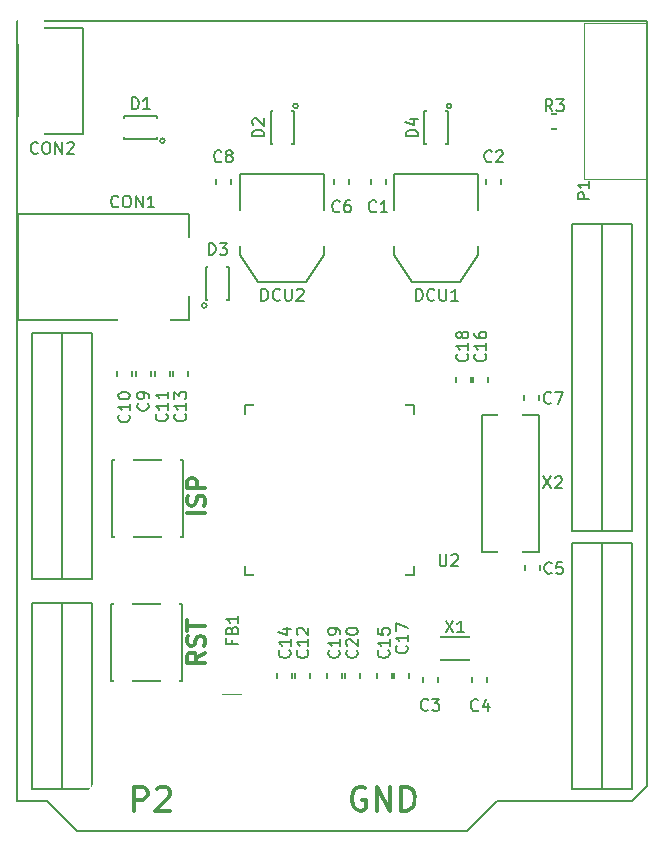
<source format=gto>
G04 #@! TF.FileFunction,Legend,Top*
%FSLAX46Y46*%
G04 Gerber Fmt 4.6, Leading zero omitted, Abs format (unit mm)*
G04 Created by KiCad (PCBNEW (after 2015-mar-04 BZR unknown)-product) date 2015年06月14日日曜日 16:42:44*
%MOMM*%
G01*
G04 APERTURE LIST*
%ADD10C,0.100000*%
%ADD11C,0.300000*%
%ADD12C,0.150000*%
%ADD13C,0.050000*%
%ADD14R,2.000000X0.800000*%
%ADD15R,2.500000X2.400000*%
%ADD16R,2.300000X2.000000*%
%ADD17R,2.400000X4.400000*%
%ADD18R,4.400000X2.400000*%
%ADD19R,2.400000X4.900000*%
%ADD20R,1.600000X1.600000*%
%ADD21R,1.400000X1.400000*%
%ADD22C,1.400000*%
%ADD23R,1.797000X1.289000*%
%ADD24R,2.127200X2.432000*%
%ADD25O,2.127200X2.432000*%
%ADD26C,1.924000*%
%ADD27R,1.930000X1.930000*%
%ADD28C,1.930000*%
%ADD29C,3.575000*%
%ADD30R,1.500000X3.600000*%
%ADD31R,1.900000X0.800000*%
%ADD32R,1.900000X0.700000*%
%ADD33R,0.800000X1.900000*%
%ADD34R,0.700000X1.900000*%
%ADD35R,3.900000X2.600000*%
%ADD36R,1.600000X2.600000*%
%ADD37R,2.000000X5.900000*%
%ADD38R,1.543000X1.035000*%
%ADD39R,1.035000X1.543000*%
G04 APERTURE END LIST*
D10*
D11*
X15918571Y15103572D02*
X15204286Y14603572D01*
X15918571Y14246429D02*
X14418571Y14246429D01*
X14418571Y14817857D01*
X14490000Y14960715D01*
X14561429Y15032143D01*
X14704286Y15103572D01*
X14918571Y15103572D01*
X15061429Y15032143D01*
X15132857Y14960715D01*
X15204286Y14817857D01*
X15204286Y14246429D01*
X15847143Y15675000D02*
X15918571Y15889286D01*
X15918571Y16246429D01*
X15847143Y16389286D01*
X15775714Y16460715D01*
X15632857Y16532143D01*
X15490000Y16532143D01*
X15347143Y16460715D01*
X15275714Y16389286D01*
X15204286Y16246429D01*
X15132857Y15960715D01*
X15061429Y15817857D01*
X14990000Y15746429D01*
X14847143Y15675000D01*
X14704286Y15675000D01*
X14561429Y15746429D01*
X14490000Y15817857D01*
X14418571Y15960715D01*
X14418571Y16317857D01*
X14490000Y16532143D01*
X14418571Y16960714D02*
X14418571Y17817857D01*
X15918571Y17389286D02*
X14418571Y17389286D01*
X15948571Y26895715D02*
X14448571Y26895715D01*
X15877143Y27538572D02*
X15948571Y27752858D01*
X15948571Y28110001D01*
X15877143Y28252858D01*
X15805714Y28324287D01*
X15662857Y28395715D01*
X15520000Y28395715D01*
X15377143Y28324287D01*
X15305714Y28252858D01*
X15234286Y28110001D01*
X15162857Y27824287D01*
X15091429Y27681429D01*
X15020000Y27610001D01*
X14877143Y27538572D01*
X14734286Y27538572D01*
X14591429Y27610001D01*
X14520000Y27681429D01*
X14448571Y27824287D01*
X14448571Y28181429D01*
X14520000Y28395715D01*
X15948571Y29038572D02*
X14448571Y29038572D01*
X14448571Y29610000D01*
X14520000Y29752858D01*
X14591429Y29824286D01*
X14734286Y29895715D01*
X14948571Y29895715D01*
X15091429Y29824286D01*
X15162857Y29752858D01*
X15234286Y29610000D01*
X15234286Y29038572D01*
X29516191Y3630000D02*
X29325714Y3725238D01*
X29040000Y3725238D01*
X28754286Y3630000D01*
X28563810Y3439524D01*
X28468571Y3249048D01*
X28373333Y2868095D01*
X28373333Y2582381D01*
X28468571Y2201429D01*
X28563810Y2010952D01*
X28754286Y1820476D01*
X29040000Y1725238D01*
X29230476Y1725238D01*
X29516191Y1820476D01*
X29611429Y1915714D01*
X29611429Y2582381D01*
X29230476Y2582381D01*
X30468571Y1725238D02*
X30468571Y3725238D01*
X31611429Y1725238D01*
X31611429Y3725238D01*
X32563809Y1725238D02*
X32563809Y3725238D01*
X33040000Y3725238D01*
X33325714Y3630000D01*
X33516190Y3439524D01*
X33611429Y3249048D01*
X33706667Y2868095D01*
X33706667Y2582381D01*
X33611429Y2201429D01*
X33516190Y2010952D01*
X33325714Y1820476D01*
X33040000Y1725238D01*
X32563809Y1725238D01*
D12*
X80000Y59010000D02*
X5580000Y59010000D01*
X5580000Y68010000D02*
X80000Y68010000D01*
X80000Y68010000D02*
X80000Y59010000D01*
X5580000Y68010000D02*
X5580000Y59010000D01*
X100000Y52250000D02*
X14600000Y52250000D01*
X14600000Y52250000D02*
X14600000Y43250000D01*
X14600000Y43250000D02*
X100000Y43250000D01*
X100000Y43250000D02*
X100000Y52250000D01*
X12538000Y58442000D02*
G75*
G03X12538000Y58442000I-200000J0D01*
G01*
X10500000Y58550000D02*
X9100000Y58550000D01*
X9100000Y58550000D02*
X9100000Y60550000D01*
X9100000Y60550000D02*
X11900000Y60550000D01*
X11900000Y60550000D02*
X11900000Y58550000D01*
X11900000Y58550000D02*
X10500000Y58550000D01*
D13*
X50640000Y68430000D02*
X48040000Y68430000D01*
X48040000Y68430000D02*
X48040000Y55230000D01*
X48040000Y55230000D02*
X53240000Y55230000D01*
X53240000Y55230000D02*
X53240000Y68430000D01*
X53240000Y68430000D02*
X50640000Y68430000D01*
D12*
X17438000Y13658000D02*
X17438000Y14674000D01*
X17438000Y14674000D02*
X18962000Y14674000D01*
X18962000Y14674000D02*
X18962000Y13658000D01*
X18962000Y12642000D02*
X18962000Y11626000D01*
X18962000Y11626000D02*
X17438000Y11626000D01*
X17438000Y11626000D02*
X17438000Y12642000D01*
X16082000Y44492000D02*
G75*
G03X16082000Y44492000I-200000J0D01*
G01*
X15990000Y46330000D02*
X15990000Y47730000D01*
X15990000Y47730000D02*
X17990000Y47730000D01*
X17990000Y47730000D02*
X17990000Y44930000D01*
X17990000Y44930000D02*
X15990000Y44930000D01*
X15990000Y44930000D02*
X15990000Y46330000D01*
X36808000Y61388000D02*
G75*
G03X36808000Y61388000I-200000J0D01*
G01*
X36500000Y59550000D02*
X36500000Y58150000D01*
X36500000Y58150000D02*
X34500000Y58150000D01*
X34500000Y58150000D02*
X34500000Y60950000D01*
X34500000Y60950000D02*
X36500000Y60950000D01*
X36500000Y60950000D02*
X36500000Y59550000D01*
X23808000Y61388000D02*
G75*
G03X23808000Y61388000I-200000J0D01*
G01*
X23500000Y59550000D02*
X23500000Y58150000D01*
X23500000Y58150000D02*
X21500000Y58150000D01*
X21500000Y58150000D02*
X21500000Y60950000D01*
X21500000Y60950000D02*
X23500000Y60950000D01*
X23500000Y60950000D02*
X23500000Y59550000D01*
X46990000Y68590000D02*
X0Y68590000D01*
X53340000Y68590000D02*
X46990000Y68590000D01*
X49530000Y51364000D02*
X49530000Y25364000D01*
X49530000Y51364000D02*
X46990000Y51364000D01*
X46990000Y51364000D02*
X46990000Y25364000D01*
X49530000Y25364000D02*
X46990000Y25364000D01*
X49530000Y24394000D02*
X49530000Y3566000D01*
X49530000Y3566000D02*
X46990000Y3566000D01*
X49530000Y24394000D02*
X46990000Y24394000D01*
X46990000Y24394000D02*
X46990000Y3566000D01*
X6350000Y21346000D02*
X3810000Y21346000D01*
X6350000Y42174000D02*
X3810000Y42174000D01*
X3810000Y42174000D02*
X3810000Y21346000D01*
X6350000Y42174000D02*
X6350000Y21346000D01*
X3810000Y3566000D02*
X3810000Y19314000D01*
X3810000Y19314000D02*
X6350000Y19314000D01*
X3810000Y3566000D02*
X6350000Y3566000D01*
X6350000Y3566000D02*
X6350000Y19314000D01*
X53340000Y3820000D02*
X53340000Y68590000D01*
X52070000Y2550000D02*
X40640000Y2550000D01*
X52070000Y2550000D02*
X53340000Y3820000D01*
X38100000Y10000D02*
X40640000Y2550000D01*
X36830000Y10000D02*
X38100000Y10000D01*
X0Y2550000D02*
X0Y68590000D01*
X36830000Y10000D02*
X5080000Y10000D01*
X0Y2550000D02*
X2540000Y2550000D01*
X2540000Y2550000D02*
X3810000Y1280000D01*
X5080000Y10000D02*
X3810000Y1280000D01*
X0Y50810000D02*
X0Y52080000D01*
X3810000Y42174000D02*
X3810000Y21346000D01*
X3810000Y3566000D02*
X3810000Y19314000D01*
X49530000Y24394000D02*
X49530000Y3566000D01*
X49530000Y51364000D02*
X49530000Y25364000D01*
X46990000Y68590000D02*
X0Y68590000D01*
X53340000Y68590000D02*
X46990000Y68590000D01*
X52070000Y51364000D02*
X52070000Y25364000D01*
X52070000Y51364000D02*
X49530000Y51364000D01*
X49530000Y51364000D02*
X49530000Y25364000D01*
X52070000Y25364000D02*
X49530000Y25364000D01*
X52070000Y24394000D02*
X52070000Y3566000D01*
X52070000Y3566000D02*
X49530000Y3566000D01*
X52070000Y24394000D02*
X49530000Y24394000D01*
X49530000Y24394000D02*
X49530000Y3566000D01*
X3810000Y21346000D02*
X1270000Y21346000D01*
X3810000Y42174000D02*
X1270000Y42174000D01*
X1270000Y42174000D02*
X1270000Y21346000D01*
X3810000Y42174000D02*
X3810000Y21346000D01*
X1270000Y3566000D02*
X1270000Y19314000D01*
X1270000Y19314000D02*
X3810000Y19314000D01*
X1270000Y3566000D02*
X3810000Y3566000D01*
X3810000Y3566000D02*
X3810000Y19314000D01*
X53340000Y3820000D02*
X53340000Y68590000D01*
X52070000Y2550000D02*
X40640000Y2550000D01*
X52070000Y2550000D02*
X53340000Y3820000D01*
X38100000Y10000D02*
X40640000Y2550000D01*
X36830000Y10000D02*
X38100000Y10000D01*
X0Y2550000D02*
X0Y68590000D01*
X36830000Y10000D02*
X5080000Y10000D01*
X0Y2550000D02*
X2540000Y2550000D01*
X2540000Y2550000D02*
X3810000Y1280000D01*
X5080000Y10000D02*
X3810000Y1280000D01*
X0Y50810000D02*
X0Y52080000D01*
X1270000Y42174000D02*
X1270000Y21346000D01*
X1270000Y3566000D02*
X1270000Y19314000D01*
X52070000Y24394000D02*
X52070000Y3566000D01*
X52070000Y51364000D02*
X52070000Y25364000D01*
X14000000Y12700000D02*
X8000000Y12700000D01*
X14000000Y19200000D02*
X8000000Y19200000D01*
X14000000Y12700000D02*
X8000000Y12700000D01*
X8000000Y12700000D02*
X8000000Y19200000D01*
X14000000Y19200000D02*
X14000000Y12700000D01*
X33675000Y21675000D02*
X33675000Y22475000D01*
X19325000Y21675000D02*
X19325000Y22475000D01*
X19325000Y36025000D02*
X19325000Y35225000D01*
X33675000Y36025000D02*
X33675000Y35225000D01*
X33675000Y21675000D02*
X32875000Y21675000D01*
X33675000Y36025000D02*
X32875000Y36025000D01*
X19325000Y36025000D02*
X20125000Y36025000D01*
X19325000Y21675000D02*
X20125000Y21675000D01*
X33675000Y22475000D02*
X34950000Y22475000D01*
X34600000Y16400000D02*
X34600000Y14500000D01*
X39600000Y16400000D02*
X39600000Y14500000D01*
X34600000Y14500000D02*
X39600000Y14500000D01*
X34600000Y16400000D02*
X39600000Y16400000D01*
X39056000Y52574000D02*
X39056000Y55622000D01*
X39056000Y55622000D02*
X31944000Y55622000D01*
X31944000Y55622000D02*
X31944000Y52574000D01*
X39056000Y49526000D02*
X39056000Y48764000D01*
X39056000Y48764000D02*
X37532000Y46478000D01*
X37532000Y46478000D02*
X33468000Y46478000D01*
X33468000Y46478000D02*
X31944000Y48764000D01*
X31944000Y48764000D02*
X31944000Y49526000D01*
X26056000Y52574000D02*
X26056000Y55622000D01*
X26056000Y55622000D02*
X18944000Y55622000D01*
X18944000Y55622000D02*
X18944000Y52574000D01*
X26056000Y49526000D02*
X26056000Y48764000D01*
X26056000Y48764000D02*
X24532000Y46478000D01*
X24532000Y46478000D02*
X20468000Y46478000D01*
X20468000Y46478000D02*
X18944000Y48764000D01*
X18944000Y48764000D02*
X18944000Y49526000D01*
X39400000Y29450000D02*
X39400000Y23650000D01*
X39400000Y23650000D02*
X44200000Y23650000D01*
X39400000Y29450000D02*
X39400000Y35250000D01*
X39400000Y35250000D02*
X44200000Y35250000D01*
X44200000Y35250000D02*
X44200000Y23650000D01*
X8049000Y31367000D02*
X14049000Y31367000D01*
X8049000Y24867000D02*
X14049000Y24867000D01*
X8049000Y31367000D02*
X14049000Y31367000D01*
X14049000Y31367000D02*
X14049000Y24867000D01*
X8049000Y24867000D02*
X8049000Y31367000D01*
X31235000Y56093000D02*
X31235000Y53807000D01*
X31235000Y53807000D02*
X29965000Y53807000D01*
X29965000Y53807000D02*
X29965000Y56093000D01*
X29965000Y56093000D02*
X31235000Y56093000D01*
X44373800Y60679800D02*
X46659800Y60679800D01*
X46659800Y60679800D02*
X46659800Y59409800D01*
X46659800Y59409800D02*
X44373800Y59409800D01*
X44373800Y59409800D02*
X44373800Y60679800D01*
X29035000Y14293000D02*
X29035000Y12007000D01*
X29035000Y12007000D02*
X27765000Y12007000D01*
X27765000Y12007000D02*
X27765000Y14293000D01*
X27765000Y14293000D02*
X29035000Y14293000D01*
X27535000Y14293000D02*
X27535000Y12007000D01*
X27535000Y12007000D02*
X26265000Y12007000D01*
X26265000Y12007000D02*
X26265000Y14293000D01*
X26265000Y14293000D02*
X27535000Y14293000D01*
X38435000Y39293000D02*
X38435000Y37007000D01*
X38435000Y37007000D02*
X37165000Y37007000D01*
X37165000Y37007000D02*
X37165000Y39293000D01*
X37165000Y39293000D02*
X38435000Y39293000D01*
X33235000Y14293000D02*
X33235000Y12007000D01*
X33235000Y12007000D02*
X31965000Y12007000D01*
X31965000Y12007000D02*
X31965000Y14293000D01*
X31965000Y14293000D02*
X33235000Y14293000D01*
X38665000Y37007000D02*
X38665000Y39293000D01*
X38665000Y39293000D02*
X39935000Y39293000D01*
X39935000Y39293000D02*
X39935000Y37007000D01*
X39935000Y37007000D02*
X38665000Y37007000D01*
X31735000Y14293000D02*
X31735000Y12007000D01*
X31735000Y12007000D02*
X30465000Y12007000D01*
X30465000Y12007000D02*
X30465000Y14293000D01*
X30465000Y14293000D02*
X31735000Y14293000D01*
X23335000Y14293000D02*
X23335000Y12007000D01*
X23335000Y12007000D02*
X22065000Y12007000D01*
X22065000Y12007000D02*
X22065000Y14293000D01*
X22065000Y14293000D02*
X23335000Y14293000D01*
X13271500Y37515000D02*
X13271500Y39801000D01*
X13271500Y39801000D02*
X14541500Y39801000D01*
X14541500Y39801000D02*
X14541500Y37515000D01*
X14541500Y37515000D02*
X13271500Y37515000D01*
X24835000Y14293000D02*
X24835000Y12007000D01*
X24835000Y12007000D02*
X23565000Y12007000D01*
X23565000Y12007000D02*
X23565000Y14293000D01*
X23565000Y14293000D02*
X24835000Y14293000D01*
X11684000Y37515000D02*
X11684000Y39801000D01*
X11684000Y39801000D02*
X12954000Y39801000D01*
X12954000Y39801000D02*
X12954000Y37515000D01*
X12954000Y37515000D02*
X11684000Y37515000D01*
X8509000Y37515000D02*
X8509000Y39801000D01*
X8509000Y39801000D02*
X9779000Y39801000D01*
X9779000Y39801000D02*
X9779000Y37515000D01*
X9779000Y37515000D02*
X8509000Y37515000D01*
X10096500Y37515000D02*
X10096500Y39801000D01*
X10096500Y39801000D02*
X11366500Y39801000D01*
X11366500Y39801000D02*
X11366500Y37515000D01*
X11366500Y37515000D02*
X10096500Y37515000D01*
X16865000Y53807000D02*
X16865000Y56093000D01*
X16865000Y56093000D02*
X18135000Y56093000D01*
X18135000Y56093000D02*
X18135000Y53807000D01*
X18135000Y53807000D02*
X16865000Y53807000D01*
X44235000Y37793000D02*
X44235000Y35507000D01*
X44235000Y35507000D02*
X42965000Y35507000D01*
X42965000Y35507000D02*
X42965000Y37793000D01*
X42965000Y37793000D02*
X44235000Y37793000D01*
X28135000Y56093000D02*
X28135000Y53807000D01*
X28135000Y53807000D02*
X26865000Y53807000D01*
X26865000Y53807000D02*
X26865000Y56093000D01*
X26865000Y56093000D02*
X28135000Y56093000D01*
X44335000Y23393000D02*
X44335000Y21107000D01*
X44335000Y21107000D02*
X43065000Y21107000D01*
X43065000Y21107000D02*
X43065000Y23393000D01*
X43065000Y23393000D02*
X44335000Y23393000D01*
X38565000Y11607000D02*
X38565000Y13893000D01*
X38565000Y13893000D02*
X39835000Y13893000D01*
X39835000Y13893000D02*
X39835000Y11607000D01*
X39835000Y11607000D02*
X38565000Y11607000D01*
X35635000Y13893000D02*
X35635000Y11607000D01*
X35635000Y11607000D02*
X34365000Y11607000D01*
X34365000Y11607000D02*
X34365000Y13893000D01*
X34365000Y13893000D02*
X35635000Y13893000D01*
X39765000Y53807000D02*
X39765000Y56093000D01*
X39765000Y56093000D02*
X41035000Y56093000D01*
X41035000Y56093000D02*
X41035000Y53807000D01*
X41035000Y53807000D02*
X39765000Y53807000D01*
X1790715Y57427857D02*
X1743096Y57380238D01*
X1600239Y57332619D01*
X1505001Y57332619D01*
X1362143Y57380238D01*
X1266905Y57475476D01*
X1219286Y57570714D01*
X1171667Y57761190D01*
X1171667Y57904048D01*
X1219286Y58094524D01*
X1266905Y58189762D01*
X1362143Y58285000D01*
X1505001Y58332619D01*
X1600239Y58332619D01*
X1743096Y58285000D01*
X1790715Y58237381D01*
X2409762Y58332619D02*
X2600239Y58332619D01*
X2695477Y58285000D01*
X2790715Y58189762D01*
X2838334Y57999286D01*
X2838334Y57665952D01*
X2790715Y57475476D01*
X2695477Y57380238D01*
X2600239Y57332619D01*
X2409762Y57332619D01*
X2314524Y57380238D01*
X2219286Y57475476D01*
X2171667Y57665952D01*
X2171667Y57999286D01*
X2219286Y58189762D01*
X2314524Y58285000D01*
X2409762Y58332619D01*
X3266905Y57332619D02*
X3266905Y58332619D01*
X3838334Y57332619D01*
X3838334Y58332619D01*
X4266905Y58237381D02*
X4314524Y58285000D01*
X4409762Y58332619D01*
X4647858Y58332619D01*
X4743096Y58285000D01*
X4790715Y58237381D01*
X4838334Y58142143D01*
X4838334Y58046905D01*
X4790715Y57904048D01*
X4219286Y57332619D01*
X4838334Y57332619D01*
X8605715Y52882857D02*
X8558096Y52835238D01*
X8415239Y52787619D01*
X8320001Y52787619D01*
X8177143Y52835238D01*
X8081905Y52930476D01*
X8034286Y53025714D01*
X7986667Y53216190D01*
X7986667Y53359048D01*
X8034286Y53549524D01*
X8081905Y53644762D01*
X8177143Y53740000D01*
X8320001Y53787619D01*
X8415239Y53787619D01*
X8558096Y53740000D01*
X8605715Y53692381D01*
X9224762Y53787619D02*
X9415239Y53787619D01*
X9510477Y53740000D01*
X9605715Y53644762D01*
X9653334Y53454286D01*
X9653334Y53120952D01*
X9605715Y52930476D01*
X9510477Y52835238D01*
X9415239Y52787619D01*
X9224762Y52787619D01*
X9129524Y52835238D01*
X9034286Y52930476D01*
X8986667Y53120952D01*
X8986667Y53454286D01*
X9034286Y53644762D01*
X9129524Y53740000D01*
X9224762Y53787619D01*
X10081905Y52787619D02*
X10081905Y53787619D01*
X10653334Y52787619D01*
X10653334Y53787619D01*
X11653334Y52787619D02*
X11081905Y52787619D01*
X11367619Y52787619D02*
X11367619Y53787619D01*
X11272381Y53644762D01*
X11177143Y53549524D01*
X11081905Y53501905D01*
X9761905Y61097619D02*
X9761905Y62097619D01*
X10000000Y62097619D01*
X10142858Y62050000D01*
X10238096Y61954762D01*
X10285715Y61859524D01*
X10333334Y61669048D01*
X10333334Y61526190D01*
X10285715Y61335714D01*
X10238096Y61240476D01*
X10142858Y61145238D01*
X10000000Y61097619D01*
X9761905Y61097619D01*
X11285715Y61097619D02*
X10714286Y61097619D01*
X11000000Y61097619D02*
X11000000Y62097619D01*
X10904762Y61954762D01*
X10809524Y61859524D01*
X10714286Y61811905D01*
X48492381Y53491905D02*
X47492381Y53491905D01*
X47492381Y53872858D01*
X47540000Y53968096D01*
X47587619Y54015715D01*
X47682857Y54063334D01*
X47825714Y54063334D01*
X47920952Y54015715D01*
X47968571Y53968096D01*
X48016190Y53872858D01*
X48016190Y53491905D01*
X48492381Y55015715D02*
X48492381Y54444286D01*
X48492381Y54730000D02*
X47492381Y54730000D01*
X47635238Y54634762D01*
X47730476Y54539524D01*
X47778095Y54444286D01*
X18228571Y16165867D02*
X18228571Y15832533D01*
X18752381Y15832533D02*
X17752381Y15832533D01*
X17752381Y16308724D01*
X18228571Y17023010D02*
X18276190Y17165867D01*
X18323810Y17213486D01*
X18419048Y17261105D01*
X18561905Y17261105D01*
X18657143Y17213486D01*
X18704762Y17165867D01*
X18752381Y17070629D01*
X18752381Y16689676D01*
X17752381Y16689676D01*
X17752381Y17023010D01*
X17800000Y17118248D01*
X17847619Y17165867D01*
X17942857Y17213486D01*
X18038095Y17213486D01*
X18133333Y17165867D01*
X18180952Y17118248D01*
X18228571Y17023010D01*
X18228571Y16689676D01*
X18752381Y18213486D02*
X18752381Y17642057D01*
X18752381Y17927771D02*
X17752381Y17927771D01*
X17895238Y17832533D01*
X17990476Y17737295D01*
X18038095Y17642057D01*
X16271905Y48757619D02*
X16271905Y49757619D01*
X16510000Y49757619D01*
X16652858Y49710000D01*
X16748096Y49614762D01*
X16795715Y49519524D01*
X16843334Y49329048D01*
X16843334Y49186190D01*
X16795715Y48995714D01*
X16748096Y48900476D01*
X16652858Y48805238D01*
X16510000Y48757619D01*
X16271905Y48757619D01*
X17176667Y49757619D02*
X17795715Y49757619D01*
X17462381Y49376667D01*
X17605239Y49376667D01*
X17700477Y49329048D01*
X17748096Y49281429D01*
X17795715Y49186190D01*
X17795715Y48948095D01*
X17748096Y48852857D01*
X17700477Y48805238D01*
X17605239Y48757619D01*
X17319524Y48757619D01*
X17224286Y48805238D01*
X17176667Y48852857D01*
X33952381Y58811905D02*
X32952381Y58811905D01*
X32952381Y59050000D01*
X33000000Y59192858D01*
X33095238Y59288096D01*
X33190476Y59335715D01*
X33380952Y59383334D01*
X33523810Y59383334D01*
X33714286Y59335715D01*
X33809524Y59288096D01*
X33904762Y59192858D01*
X33952381Y59050000D01*
X33952381Y58811905D01*
X33285714Y60240477D02*
X33952381Y60240477D01*
X32904762Y60002381D02*
X33619048Y59764286D01*
X33619048Y60383334D01*
X20952381Y58811905D02*
X19952381Y58811905D01*
X19952381Y59050000D01*
X20000000Y59192858D01*
X20095238Y59288096D01*
X20190476Y59335715D01*
X20380952Y59383334D01*
X20523810Y59383334D01*
X20714286Y59335715D01*
X20809524Y59288096D01*
X20904762Y59192858D01*
X20952381Y59050000D01*
X20952381Y58811905D01*
X20047619Y59764286D02*
X20000000Y59811905D01*
X19952381Y59907143D01*
X19952381Y60145239D01*
X20000000Y60240477D01*
X20047619Y60288096D01*
X20142857Y60335715D01*
X20238095Y60335715D01*
X20380952Y60288096D01*
X20952381Y59716667D01*
X20952381Y60335715D01*
D11*
X9933809Y1705238D02*
X9933809Y3705238D01*
X10695714Y3705238D01*
X10886190Y3610000D01*
X10981429Y3514762D01*
X11076667Y3324286D01*
X11076667Y3038571D01*
X10981429Y2848095D01*
X10886190Y2752857D01*
X10695714Y2657619D01*
X9933809Y2657619D01*
X11838571Y3514762D02*
X11933809Y3610000D01*
X12124286Y3705238D01*
X12600476Y3705238D01*
X12790952Y3610000D01*
X12886190Y3514762D01*
X12981429Y3324286D01*
X12981429Y3133810D01*
X12886190Y2848095D01*
X11743333Y1705238D01*
X12981429Y1705238D01*
D12*
X35814095Y23417619D02*
X35814095Y22608095D01*
X35861714Y22512857D01*
X35909333Y22465238D01*
X36004571Y22417619D01*
X36195048Y22417619D01*
X36290286Y22465238D01*
X36337905Y22512857D01*
X36385524Y22608095D01*
X36385524Y23417619D01*
X36814095Y23322381D02*
X36861714Y23370000D01*
X36956952Y23417619D01*
X37195048Y23417619D01*
X37290286Y23370000D01*
X37337905Y23322381D01*
X37385524Y23227143D01*
X37385524Y23131905D01*
X37337905Y22989048D01*
X36766476Y22417619D01*
X37385524Y22417619D01*
X36310476Y17807619D02*
X36977143Y16807619D01*
X36977143Y17807619D02*
X36310476Y16807619D01*
X37881905Y16807619D02*
X37310476Y16807619D01*
X37596190Y16807619D02*
X37596190Y17807619D01*
X37500952Y17664762D01*
X37405714Y17569524D01*
X37310476Y17521905D01*
X33798095Y44896619D02*
X33798095Y45896619D01*
X34036190Y45896619D01*
X34179048Y45849000D01*
X34274286Y45753762D01*
X34321905Y45658524D01*
X34369524Y45468048D01*
X34369524Y45325190D01*
X34321905Y45134714D01*
X34274286Y45039476D01*
X34179048Y44944238D01*
X34036190Y44896619D01*
X33798095Y44896619D01*
X35369524Y44991857D02*
X35321905Y44944238D01*
X35179048Y44896619D01*
X35083810Y44896619D01*
X34940952Y44944238D01*
X34845714Y45039476D01*
X34798095Y45134714D01*
X34750476Y45325190D01*
X34750476Y45468048D01*
X34798095Y45658524D01*
X34845714Y45753762D01*
X34940952Y45849000D01*
X35083810Y45896619D01*
X35179048Y45896619D01*
X35321905Y45849000D01*
X35369524Y45801381D01*
X35798095Y45896619D02*
X35798095Y45087095D01*
X35845714Y44991857D01*
X35893333Y44944238D01*
X35988571Y44896619D01*
X36179048Y44896619D01*
X36274286Y44944238D01*
X36321905Y44991857D01*
X36369524Y45087095D01*
X36369524Y45896619D01*
X37369524Y44896619D02*
X36798095Y44896619D01*
X37083809Y44896619D02*
X37083809Y45896619D01*
X36988571Y45753762D01*
X36893333Y45658524D01*
X36798095Y45610905D01*
X20717095Y44896619D02*
X20717095Y45896619D01*
X20955190Y45896619D01*
X21098048Y45849000D01*
X21193286Y45753762D01*
X21240905Y45658524D01*
X21288524Y45468048D01*
X21288524Y45325190D01*
X21240905Y45134714D01*
X21193286Y45039476D01*
X21098048Y44944238D01*
X20955190Y44896619D01*
X20717095Y44896619D01*
X22288524Y44991857D02*
X22240905Y44944238D01*
X22098048Y44896619D01*
X22002810Y44896619D01*
X21859952Y44944238D01*
X21764714Y45039476D01*
X21717095Y45134714D01*
X21669476Y45325190D01*
X21669476Y45468048D01*
X21717095Y45658524D01*
X21764714Y45753762D01*
X21859952Y45849000D01*
X22002810Y45896619D01*
X22098048Y45896619D01*
X22240905Y45849000D01*
X22288524Y45801381D01*
X22717095Y45896619D02*
X22717095Y45087095D01*
X22764714Y44991857D01*
X22812333Y44944238D01*
X22907571Y44896619D01*
X23098048Y44896619D01*
X23193286Y44944238D01*
X23240905Y44991857D01*
X23288524Y45087095D01*
X23288524Y45896619D01*
X23717095Y45801381D02*
X23764714Y45849000D01*
X23859952Y45896619D01*
X24098048Y45896619D01*
X24193286Y45849000D01*
X24240905Y45801381D01*
X24288524Y45706143D01*
X24288524Y45610905D01*
X24240905Y45468048D01*
X23669476Y44896619D01*
X24288524Y44896619D01*
X44592976Y30011619D02*
X45259643Y29011619D01*
X45259643Y30011619D02*
X44592976Y29011619D01*
X45592976Y29916381D02*
X45640595Y29964000D01*
X45735833Y30011619D01*
X45973929Y30011619D01*
X46069167Y29964000D01*
X46116786Y29916381D01*
X46164405Y29821143D01*
X46164405Y29725905D01*
X46116786Y29583048D01*
X45545357Y29011619D01*
X46164405Y29011619D01*
X30440334Y52474857D02*
X30392715Y52427238D01*
X30249858Y52379619D01*
X30154620Y52379619D01*
X30011762Y52427238D01*
X29916524Y52522476D01*
X29868905Y52617714D01*
X29821286Y52808190D01*
X29821286Y52951048D01*
X29868905Y53141524D01*
X29916524Y53236762D01*
X30011762Y53332000D01*
X30154620Y53379619D01*
X30249858Y53379619D01*
X30392715Y53332000D01*
X30440334Y53284381D01*
X31392715Y52379619D02*
X30821286Y52379619D01*
X31107000Y52379619D02*
X31107000Y53379619D01*
X31011762Y53236762D01*
X30916524Y53141524D01*
X30821286Y53093905D01*
X45362834Y60938619D02*
X45029500Y61414810D01*
X44791405Y60938619D02*
X44791405Y61938619D01*
X45172358Y61938619D01*
X45267596Y61891000D01*
X45315215Y61843381D01*
X45362834Y61748143D01*
X45362834Y61605286D01*
X45315215Y61510048D01*
X45267596Y61462429D01*
X45172358Y61414810D01*
X44791405Y61414810D01*
X45696167Y61938619D02*
X46315215Y61938619D01*
X45981881Y61557667D01*
X46124739Y61557667D01*
X46219977Y61510048D01*
X46267596Y61462429D01*
X46315215Y61367190D01*
X46315215Y61129095D01*
X46267596Y61033857D01*
X46219977Y60986238D01*
X46124739Y60938619D01*
X45839024Y60938619D01*
X45743786Y60986238D01*
X45696167Y61033857D01*
X28805143Y15282143D02*
X28852762Y15234524D01*
X28900381Y15091667D01*
X28900381Y14996429D01*
X28852762Y14853571D01*
X28757524Y14758333D01*
X28662286Y14710714D01*
X28471810Y14663095D01*
X28328952Y14663095D01*
X28138476Y14710714D01*
X28043238Y14758333D01*
X27948000Y14853571D01*
X27900381Y14996429D01*
X27900381Y15091667D01*
X27948000Y15234524D01*
X27995619Y15282143D01*
X27995619Y15663095D02*
X27948000Y15710714D01*
X27900381Y15805952D01*
X27900381Y16044048D01*
X27948000Y16139286D01*
X27995619Y16186905D01*
X28090857Y16234524D01*
X28186095Y16234524D01*
X28328952Y16186905D01*
X28900381Y15615476D01*
X28900381Y16234524D01*
X27900381Y16853571D02*
X27900381Y16948810D01*
X27948000Y17044048D01*
X27995619Y17091667D01*
X28090857Y17139286D01*
X28281333Y17186905D01*
X28519429Y17186905D01*
X28709905Y17139286D01*
X28805143Y17091667D01*
X28852762Y17044048D01*
X28900381Y16948810D01*
X28900381Y16853571D01*
X28852762Y16758333D01*
X28805143Y16710714D01*
X28709905Y16663095D01*
X28519429Y16615476D01*
X28281333Y16615476D01*
X28090857Y16663095D01*
X27995619Y16710714D01*
X27948000Y16758333D01*
X27900381Y16853571D01*
X27281143Y15282143D02*
X27328762Y15234524D01*
X27376381Y15091667D01*
X27376381Y14996429D01*
X27328762Y14853571D01*
X27233524Y14758333D01*
X27138286Y14710714D01*
X26947810Y14663095D01*
X26804952Y14663095D01*
X26614476Y14710714D01*
X26519238Y14758333D01*
X26424000Y14853571D01*
X26376381Y14996429D01*
X26376381Y15091667D01*
X26424000Y15234524D01*
X26471619Y15282143D01*
X27376381Y16234524D02*
X27376381Y15663095D01*
X27376381Y15948809D02*
X26376381Y15948809D01*
X26519238Y15853571D01*
X26614476Y15758333D01*
X26662095Y15663095D01*
X27376381Y16710714D02*
X27376381Y16901190D01*
X27328762Y16996429D01*
X27281143Y17044048D01*
X27138286Y17139286D01*
X26947810Y17186905D01*
X26566857Y17186905D01*
X26471619Y17139286D01*
X26424000Y17091667D01*
X26376381Y16996429D01*
X26376381Y16805952D01*
X26424000Y16710714D01*
X26471619Y16663095D01*
X26566857Y16615476D01*
X26804952Y16615476D01*
X26900190Y16663095D01*
X26947810Y16710714D01*
X26995429Y16805952D01*
X26995429Y16996429D01*
X26947810Y17091667D01*
X26900190Y17139286D01*
X26804952Y17186905D01*
X38139643Y40364643D02*
X38187262Y40317024D01*
X38234881Y40174167D01*
X38234881Y40078929D01*
X38187262Y39936071D01*
X38092024Y39840833D01*
X37996786Y39793214D01*
X37806310Y39745595D01*
X37663452Y39745595D01*
X37472976Y39793214D01*
X37377738Y39840833D01*
X37282500Y39936071D01*
X37234881Y40078929D01*
X37234881Y40174167D01*
X37282500Y40317024D01*
X37330119Y40364643D01*
X38234881Y41317024D02*
X38234881Y40745595D01*
X38234881Y41031309D02*
X37234881Y41031309D01*
X37377738Y40936071D01*
X37472976Y40840833D01*
X37520595Y40745595D01*
X37663452Y41888452D02*
X37615833Y41793214D01*
X37568214Y41745595D01*
X37472976Y41697976D01*
X37425357Y41697976D01*
X37330119Y41745595D01*
X37282500Y41793214D01*
X37234881Y41888452D01*
X37234881Y42078929D01*
X37282500Y42174167D01*
X37330119Y42221786D01*
X37425357Y42269405D01*
X37472976Y42269405D01*
X37568214Y42221786D01*
X37615833Y42174167D01*
X37663452Y42078929D01*
X37663452Y41888452D01*
X37711071Y41793214D01*
X37758690Y41745595D01*
X37853929Y41697976D01*
X38044405Y41697976D01*
X38139643Y41745595D01*
X38187262Y41793214D01*
X38234881Y41888452D01*
X38234881Y42078929D01*
X38187262Y42174167D01*
X38139643Y42221786D01*
X38044405Y42269405D01*
X37853929Y42269405D01*
X37758690Y42221786D01*
X37711071Y42174167D01*
X37663452Y42078929D01*
X32996143Y15663143D02*
X33043762Y15615524D01*
X33091381Y15472667D01*
X33091381Y15377429D01*
X33043762Y15234571D01*
X32948524Y15139333D01*
X32853286Y15091714D01*
X32662810Y15044095D01*
X32519952Y15044095D01*
X32329476Y15091714D01*
X32234238Y15139333D01*
X32139000Y15234571D01*
X32091381Y15377429D01*
X32091381Y15472667D01*
X32139000Y15615524D01*
X32186619Y15663143D01*
X33091381Y16615524D02*
X33091381Y16044095D01*
X33091381Y16329809D02*
X32091381Y16329809D01*
X32234238Y16234571D01*
X32329476Y16139333D01*
X32377095Y16044095D01*
X32091381Y16948857D02*
X32091381Y17615524D01*
X33091381Y17186952D01*
X39663643Y40364643D02*
X39711262Y40317024D01*
X39758881Y40174167D01*
X39758881Y40078929D01*
X39711262Y39936071D01*
X39616024Y39840833D01*
X39520786Y39793214D01*
X39330310Y39745595D01*
X39187452Y39745595D01*
X38996976Y39793214D01*
X38901738Y39840833D01*
X38806500Y39936071D01*
X38758881Y40078929D01*
X38758881Y40174167D01*
X38806500Y40317024D01*
X38854119Y40364643D01*
X39758881Y41317024D02*
X39758881Y40745595D01*
X39758881Y41031309D02*
X38758881Y41031309D01*
X38901738Y40936071D01*
X38996976Y40840833D01*
X39044595Y40745595D01*
X38758881Y42174167D02*
X38758881Y41983690D01*
X38806500Y41888452D01*
X38854119Y41840833D01*
X38996976Y41745595D01*
X39187452Y41697976D01*
X39568405Y41697976D01*
X39663643Y41745595D01*
X39711262Y41793214D01*
X39758881Y41888452D01*
X39758881Y42078929D01*
X39711262Y42174167D01*
X39663643Y42221786D01*
X39568405Y42269405D01*
X39330310Y42269405D01*
X39235071Y42221786D01*
X39187452Y42174167D01*
X39139833Y42078929D01*
X39139833Y41888452D01*
X39187452Y41793214D01*
X39235071Y41745595D01*
X39330310Y41697976D01*
X31472143Y15282143D02*
X31519762Y15234524D01*
X31567381Y15091667D01*
X31567381Y14996429D01*
X31519762Y14853571D01*
X31424524Y14758333D01*
X31329286Y14710714D01*
X31138810Y14663095D01*
X30995952Y14663095D01*
X30805476Y14710714D01*
X30710238Y14758333D01*
X30615000Y14853571D01*
X30567381Y14996429D01*
X30567381Y15091667D01*
X30615000Y15234524D01*
X30662619Y15282143D01*
X31567381Y16234524D02*
X31567381Y15663095D01*
X31567381Y15948809D02*
X30567381Y15948809D01*
X30710238Y15853571D01*
X30805476Y15758333D01*
X30853095Y15663095D01*
X30567381Y17139286D02*
X30567381Y16663095D01*
X31043571Y16615476D01*
X30995952Y16663095D01*
X30948333Y16758333D01*
X30948333Y16996429D01*
X30995952Y17091667D01*
X31043571Y17139286D01*
X31138810Y17186905D01*
X31376905Y17186905D01*
X31472143Y17139286D01*
X31519762Y17091667D01*
X31567381Y16996429D01*
X31567381Y16758333D01*
X31519762Y16663095D01*
X31472143Y16615476D01*
X23097143Y15287143D02*
X23144762Y15239524D01*
X23192381Y15096667D01*
X23192381Y15001429D01*
X23144762Y14858571D01*
X23049524Y14763333D01*
X22954286Y14715714D01*
X22763810Y14668095D01*
X22620952Y14668095D01*
X22430476Y14715714D01*
X22335238Y14763333D01*
X22240000Y14858571D01*
X22192381Y15001429D01*
X22192381Y15096667D01*
X22240000Y15239524D01*
X22287619Y15287143D01*
X23192381Y16239524D02*
X23192381Y15668095D01*
X23192381Y15953809D02*
X22192381Y15953809D01*
X22335238Y15858571D01*
X22430476Y15763333D01*
X22478095Y15668095D01*
X22525714Y17096667D02*
X23192381Y17096667D01*
X22144762Y16858571D02*
X22859048Y16620476D01*
X22859048Y17239524D01*
X14263643Y35284643D02*
X14311262Y35237024D01*
X14358881Y35094167D01*
X14358881Y34998929D01*
X14311262Y34856071D01*
X14216024Y34760833D01*
X14120786Y34713214D01*
X13930310Y34665595D01*
X13787452Y34665595D01*
X13596976Y34713214D01*
X13501738Y34760833D01*
X13406500Y34856071D01*
X13358881Y34998929D01*
X13358881Y35094167D01*
X13406500Y35237024D01*
X13454119Y35284643D01*
X14358881Y36237024D02*
X14358881Y35665595D01*
X14358881Y35951309D02*
X13358881Y35951309D01*
X13501738Y35856071D01*
X13596976Y35760833D01*
X13644595Y35665595D01*
X13358881Y36570357D02*
X13358881Y37189405D01*
X13739833Y36856071D01*
X13739833Y36998929D01*
X13787452Y37094167D01*
X13835071Y37141786D01*
X13930310Y37189405D01*
X14168405Y37189405D01*
X14263643Y37141786D01*
X14311262Y37094167D01*
X14358881Y36998929D01*
X14358881Y36713214D01*
X14311262Y36617976D01*
X14263643Y36570357D01*
X24597143Y15287143D02*
X24644762Y15239524D01*
X24692381Y15096667D01*
X24692381Y15001429D01*
X24644762Y14858571D01*
X24549524Y14763333D01*
X24454286Y14715714D01*
X24263810Y14668095D01*
X24120952Y14668095D01*
X23930476Y14715714D01*
X23835238Y14763333D01*
X23740000Y14858571D01*
X23692381Y15001429D01*
X23692381Y15096667D01*
X23740000Y15239524D01*
X23787619Y15287143D01*
X24692381Y16239524D02*
X24692381Y15668095D01*
X24692381Y15953809D02*
X23692381Y15953809D01*
X23835238Y15858571D01*
X23930476Y15763333D01*
X23978095Y15668095D01*
X23787619Y16620476D02*
X23740000Y16668095D01*
X23692381Y16763333D01*
X23692381Y17001429D01*
X23740000Y17096667D01*
X23787619Y17144286D01*
X23882857Y17191905D01*
X23978095Y17191905D01*
X24120952Y17144286D01*
X24692381Y16572857D01*
X24692381Y17191905D01*
X12676143Y35284643D02*
X12723762Y35237024D01*
X12771381Y35094167D01*
X12771381Y34998929D01*
X12723762Y34856071D01*
X12628524Y34760833D01*
X12533286Y34713214D01*
X12342810Y34665595D01*
X12199952Y34665595D01*
X12009476Y34713214D01*
X11914238Y34760833D01*
X11819000Y34856071D01*
X11771381Y34998929D01*
X11771381Y35094167D01*
X11819000Y35237024D01*
X11866619Y35284643D01*
X12771381Y36237024D02*
X12771381Y35665595D01*
X12771381Y35951309D02*
X11771381Y35951309D01*
X11914238Y35856071D01*
X12009476Y35760833D01*
X12057095Y35665595D01*
X12771381Y37189405D02*
X12771381Y36617976D01*
X12771381Y36903690D02*
X11771381Y36903690D01*
X11914238Y36808452D01*
X12009476Y36713214D01*
X12057095Y36617976D01*
X9501143Y35221143D02*
X9548762Y35173524D01*
X9596381Y35030667D01*
X9596381Y34935429D01*
X9548762Y34792571D01*
X9453524Y34697333D01*
X9358286Y34649714D01*
X9167810Y34602095D01*
X9024952Y34602095D01*
X8834476Y34649714D01*
X8739238Y34697333D01*
X8644000Y34792571D01*
X8596381Y34935429D01*
X8596381Y35030667D01*
X8644000Y35173524D01*
X8691619Y35221143D01*
X9596381Y36173524D02*
X9596381Y35602095D01*
X9596381Y35887809D02*
X8596381Y35887809D01*
X8739238Y35792571D01*
X8834476Y35697333D01*
X8882095Y35602095D01*
X8596381Y36792571D02*
X8596381Y36887810D01*
X8644000Y36983048D01*
X8691619Y37030667D01*
X8786857Y37078286D01*
X8977333Y37125905D01*
X9215429Y37125905D01*
X9405905Y37078286D01*
X9501143Y37030667D01*
X9548762Y36983048D01*
X9596381Y36887810D01*
X9596381Y36792571D01*
X9548762Y36697333D01*
X9501143Y36649714D01*
X9405905Y36602095D01*
X9215429Y36554476D01*
X8977333Y36554476D01*
X8786857Y36602095D01*
X8691619Y36649714D01*
X8644000Y36697333D01*
X8596381Y36792571D01*
X11088643Y36205334D02*
X11136262Y36157715D01*
X11183881Y36014858D01*
X11183881Y35919620D01*
X11136262Y35776762D01*
X11041024Y35681524D01*
X10945786Y35633905D01*
X10755310Y35586286D01*
X10612452Y35586286D01*
X10421976Y35633905D01*
X10326738Y35681524D01*
X10231500Y35776762D01*
X10183881Y35919620D01*
X10183881Y36014858D01*
X10231500Y36157715D01*
X10279119Y36205334D01*
X11183881Y36681524D02*
X11183881Y36872000D01*
X11136262Y36967239D01*
X11088643Y37014858D01*
X10945786Y37110096D01*
X10755310Y37157715D01*
X10374357Y37157715D01*
X10279119Y37110096D01*
X10231500Y37062477D01*
X10183881Y36967239D01*
X10183881Y36776762D01*
X10231500Y36681524D01*
X10279119Y36633905D01*
X10374357Y36586286D01*
X10612452Y36586286D01*
X10707690Y36633905D01*
X10755310Y36681524D01*
X10802929Y36776762D01*
X10802929Y36967239D01*
X10755310Y37062477D01*
X10707690Y37110096D01*
X10612452Y37157715D01*
X17326334Y56710857D02*
X17278715Y56663238D01*
X17135858Y56615619D01*
X17040620Y56615619D01*
X16897762Y56663238D01*
X16802524Y56758476D01*
X16754905Y56853714D01*
X16707286Y57044190D01*
X16707286Y57187048D01*
X16754905Y57377524D01*
X16802524Y57472762D01*
X16897762Y57568000D01*
X17040620Y57615619D01*
X17135858Y57615619D01*
X17278715Y57568000D01*
X17326334Y57520381D01*
X17897762Y57187048D02*
X17802524Y57234667D01*
X17754905Y57282286D01*
X17707286Y57377524D01*
X17707286Y57425143D01*
X17754905Y57520381D01*
X17802524Y57568000D01*
X17897762Y57615619D01*
X18088239Y57615619D01*
X18183477Y57568000D01*
X18231096Y57520381D01*
X18278715Y57425143D01*
X18278715Y57377524D01*
X18231096Y57282286D01*
X18183477Y57234667D01*
X18088239Y57187048D01*
X17897762Y57187048D01*
X17802524Y57139429D01*
X17754905Y57091810D01*
X17707286Y56996571D01*
X17707286Y56806095D01*
X17754905Y56710857D01*
X17802524Y56663238D01*
X17897762Y56615619D01*
X18088239Y56615619D01*
X18183477Y56663238D01*
X18231096Y56710857D01*
X18278715Y56806095D01*
X18278715Y56996571D01*
X18231096Y57091810D01*
X18183477Y57139429D01*
X18088239Y57187048D01*
X45235834Y36268857D02*
X45188215Y36221238D01*
X45045358Y36173619D01*
X44950120Y36173619D01*
X44807262Y36221238D01*
X44712024Y36316476D01*
X44664405Y36411714D01*
X44616786Y36602190D01*
X44616786Y36745048D01*
X44664405Y36935524D01*
X44712024Y37030762D01*
X44807262Y37126000D01*
X44950120Y37173619D01*
X45045358Y37173619D01*
X45188215Y37126000D01*
X45235834Y37078381D01*
X45569167Y37173619D02*
X46235834Y37173619D01*
X45807262Y36173619D01*
X27340334Y52474857D02*
X27292715Y52427238D01*
X27149858Y52379619D01*
X27054620Y52379619D01*
X26911762Y52427238D01*
X26816524Y52522476D01*
X26768905Y52617714D01*
X26721286Y52808190D01*
X26721286Y52951048D01*
X26768905Y53141524D01*
X26816524Y53236762D01*
X26911762Y53332000D01*
X27054620Y53379619D01*
X27149858Y53379619D01*
X27292715Y53332000D01*
X27340334Y53284381D01*
X28197477Y53379619D02*
X28007000Y53379619D01*
X27911762Y53332000D01*
X27864143Y53284381D01*
X27768905Y53141524D01*
X27721286Y52951048D01*
X27721286Y52570095D01*
X27768905Y52474857D01*
X27816524Y52427238D01*
X27911762Y52379619D01*
X28102239Y52379619D01*
X28197477Y52427238D01*
X28245096Y52474857D01*
X28292715Y52570095D01*
X28292715Y52808190D01*
X28245096Y52903429D01*
X28197477Y52951048D01*
X28102239Y52998667D01*
X27911762Y52998667D01*
X27816524Y52951048D01*
X27768905Y52903429D01*
X27721286Y52808190D01*
X45299334Y21854357D02*
X45251715Y21806738D01*
X45108858Y21759119D01*
X45013620Y21759119D01*
X44870762Y21806738D01*
X44775524Y21901976D01*
X44727905Y21997214D01*
X44680286Y22187690D01*
X44680286Y22330548D01*
X44727905Y22521024D01*
X44775524Y22616262D01*
X44870762Y22711500D01*
X45013620Y22759119D01*
X45108858Y22759119D01*
X45251715Y22711500D01*
X45299334Y22663881D01*
X46204096Y22759119D02*
X45727905Y22759119D01*
X45680286Y22282929D01*
X45727905Y22330548D01*
X45823143Y22378167D01*
X46061239Y22378167D01*
X46156477Y22330548D01*
X46204096Y22282929D01*
X46251715Y22187690D01*
X46251715Y21949595D01*
X46204096Y21854357D01*
X46156477Y21806738D01*
X46061239Y21759119D01*
X45823143Y21759119D01*
X45727905Y21806738D01*
X45680286Y21854357D01*
X39076334Y10233857D02*
X39028715Y10186238D01*
X38885858Y10138619D01*
X38790620Y10138619D01*
X38647762Y10186238D01*
X38552524Y10281476D01*
X38504905Y10376714D01*
X38457286Y10567190D01*
X38457286Y10710048D01*
X38504905Y10900524D01*
X38552524Y10995762D01*
X38647762Y11091000D01*
X38790620Y11138619D01*
X38885858Y11138619D01*
X39028715Y11091000D01*
X39076334Y11043381D01*
X39933477Y10805286D02*
X39933477Y10138619D01*
X39695381Y11186238D02*
X39457286Y10471952D01*
X40076334Y10471952D01*
X34840334Y10274857D02*
X34792715Y10227238D01*
X34649858Y10179619D01*
X34554620Y10179619D01*
X34411762Y10227238D01*
X34316524Y10322476D01*
X34268905Y10417714D01*
X34221286Y10608190D01*
X34221286Y10751048D01*
X34268905Y10941524D01*
X34316524Y11036762D01*
X34411762Y11132000D01*
X34554620Y11179619D01*
X34649858Y11179619D01*
X34792715Y11132000D01*
X34840334Y11084381D01*
X35173667Y11179619D02*
X35792715Y11179619D01*
X35459381Y10798667D01*
X35602239Y10798667D01*
X35697477Y10751048D01*
X35745096Y10703429D01*
X35792715Y10608190D01*
X35792715Y10370095D01*
X35745096Y10274857D01*
X35697477Y10227238D01*
X35602239Y10179619D01*
X35316524Y10179619D01*
X35221286Y10227238D01*
X35173667Y10274857D01*
X40226334Y56710857D02*
X40178715Y56663238D01*
X40035858Y56615619D01*
X39940620Y56615619D01*
X39797762Y56663238D01*
X39702524Y56758476D01*
X39654905Y56853714D01*
X39607286Y57044190D01*
X39607286Y57187048D01*
X39654905Y57377524D01*
X39702524Y57472762D01*
X39797762Y57568000D01*
X39940620Y57615619D01*
X40035858Y57615619D01*
X40178715Y57568000D01*
X40226334Y57520381D01*
X40607286Y57520381D02*
X40654905Y57568000D01*
X40750143Y57615619D01*
X40988239Y57615619D01*
X41083477Y57568000D01*
X41131096Y57520381D01*
X41178715Y57425143D01*
X41178715Y57329905D01*
X41131096Y57187048D01*
X40559667Y56615619D01*
X41178715Y56615619D01*
%LPC*%
D14*
X4180000Y62210000D03*
X4180000Y62860000D03*
X4180000Y63510000D03*
X4180000Y64160000D03*
X4180000Y64810000D03*
D15*
X3855000Y60410000D03*
X3855000Y66610000D03*
D16*
X1180000Y67610000D03*
X1180000Y59410000D03*
D17*
X7800000Y47750000D03*
D18*
X10800000Y42850000D03*
D19*
X13800000Y47750000D03*
D20*
X9100000Y59550000D03*
X11900000Y59550000D03*
D21*
X50005000Y64370000D03*
D22*
X51275000Y64370000D03*
X50005000Y63100000D03*
X51275000Y63100000D03*
X50005000Y61830000D03*
X51275000Y61830000D03*
X50005000Y60560000D03*
X51275000Y60560000D03*
X50005000Y59290000D03*
X51275000Y59290000D03*
D23*
X18200000Y14102500D03*
X18200000Y12197500D03*
D20*
X16990000Y47730000D03*
X16990000Y44930000D03*
X35500000Y58150000D03*
X35500000Y60950000D03*
X22500000Y58150000D03*
X22500000Y60950000D03*
D24*
X27190000Y2630000D03*
D25*
X24650000Y2630000D03*
X22110000Y2630000D03*
X19570000Y2630000D03*
X17030000Y2630000D03*
X14490000Y2630000D03*
D10*
G36*
X47298000Y27896000D02*
X49222000Y27896000D01*
X49222000Y25972000D01*
X47298000Y25972000D01*
X47298000Y27896000D01*
X47298000Y27896000D01*
G37*
D26*
X48260000Y29474000D03*
X48260000Y32014000D03*
X48260000Y34554000D03*
X48260000Y37094000D03*
X48260000Y39634000D03*
X48260000Y42174000D03*
X48260000Y44714000D03*
X48260000Y47254000D03*
X48260000Y49794000D03*
D10*
G36*
X47298000Y4128000D02*
X47298000Y6052000D01*
X49222000Y6052000D01*
X49222000Y4128000D01*
X47298000Y4128000D01*
X47298000Y4128000D01*
G37*
D26*
X48260000Y7630000D03*
X48260000Y10170000D03*
X48260000Y12710000D03*
X48260000Y15250000D03*
X48260000Y17790000D03*
X48260000Y22870000D03*
X48260000Y20330000D03*
D10*
G36*
X4118000Y21908000D02*
X4118000Y23832000D01*
X6042000Y23832000D01*
X6042000Y21908000D01*
X4118000Y21908000D01*
X4118000Y21908000D01*
G37*
D26*
X5080000Y25410000D03*
X5080000Y27950000D03*
X5080000Y30490000D03*
X5080000Y33030000D03*
X5080000Y35570000D03*
X5080000Y38110000D03*
X5080000Y40650000D03*
D10*
G36*
X6042000Y6052000D02*
X6042000Y4128000D01*
X4118000Y4128000D01*
X4118000Y6052000D01*
X6042000Y6052000D01*
X6042000Y6052000D01*
G37*
D26*
X5080000Y7630000D03*
X5080000Y10170000D03*
X5080000Y12710000D03*
X5080000Y15250000D03*
X5080000Y17790000D03*
D27*
X8890000Y8900000D03*
D28*
X11430000Y8900000D03*
X13970000Y8900000D03*
X16510000Y8900000D03*
X19050000Y8900000D03*
X21590000Y8900000D03*
X24130000Y8900000D03*
X26670000Y8900000D03*
X29210000Y8900000D03*
X31750000Y8900000D03*
X34290000Y8900000D03*
X36830000Y8900000D03*
X39370000Y8900000D03*
X41910000Y8900000D03*
X44450000Y8900000D03*
X8890000Y6360000D03*
X11430000Y6360000D03*
X13970000Y6360000D03*
X16510000Y6360000D03*
X19050000Y6360000D03*
X21590000Y6360000D03*
X24130000Y6360000D03*
X26670000Y6360000D03*
X29210000Y6360000D03*
X31750000Y6360000D03*
X34290000Y6360000D03*
X36830000Y6360000D03*
X39370000Y6360000D03*
X41910000Y6360000D03*
X44450000Y6360000D03*
D10*
G36*
X49838000Y27896000D02*
X51762000Y27896000D01*
X51762000Y25972000D01*
X49838000Y25972000D01*
X49838000Y27896000D01*
X49838000Y27896000D01*
G37*
D26*
X50800000Y29474000D03*
X50800000Y32014000D03*
X50800000Y34554000D03*
X50800000Y37094000D03*
X50800000Y39634000D03*
X50800000Y42174000D03*
X50800000Y44714000D03*
X50800000Y47254000D03*
X50800000Y49794000D03*
D10*
G36*
X49838000Y4128000D02*
X49838000Y6052000D01*
X51762000Y6052000D01*
X51762000Y4128000D01*
X49838000Y4128000D01*
X49838000Y4128000D01*
G37*
D26*
X50800000Y7630000D03*
X50800000Y10170000D03*
X50800000Y12710000D03*
X50800000Y15250000D03*
X50800000Y17790000D03*
X50800000Y22870000D03*
X50800000Y20330000D03*
D10*
G36*
X1578000Y21908000D02*
X1578000Y23832000D01*
X3502000Y23832000D01*
X3502000Y21908000D01*
X1578000Y21908000D01*
X1578000Y21908000D01*
G37*
D26*
X2540000Y25410000D03*
X2540000Y27950000D03*
X2540000Y30490000D03*
X2540000Y33030000D03*
X2540000Y35570000D03*
X2540000Y38110000D03*
X2540000Y40650000D03*
D10*
G36*
X3502000Y6052000D02*
X3502000Y4128000D01*
X1578000Y4128000D01*
X1578000Y6052000D01*
X3502000Y6052000D01*
X3502000Y6052000D01*
G37*
D26*
X2540000Y7630000D03*
X2540000Y10170000D03*
X2540000Y12710000D03*
X2540000Y15250000D03*
X2540000Y17790000D03*
D29*
X7620000Y2550000D03*
X35560000Y2550000D03*
X2540000Y54620000D03*
X50800000Y53350000D03*
D27*
X8890000Y66050000D03*
D28*
X11430000Y66050000D03*
X13970000Y66050000D03*
X16510000Y66050000D03*
X19050000Y66050000D03*
X21590000Y66050000D03*
X24130000Y66050000D03*
X26670000Y66050000D03*
X29210000Y66050000D03*
X31750000Y66050000D03*
X34290000Y66050000D03*
X36830000Y66050000D03*
X39370000Y66050000D03*
X41910000Y66050000D03*
X44450000Y66050000D03*
X8890000Y63510000D03*
X11430000Y63510000D03*
X13970000Y63510000D03*
X16510000Y63510000D03*
X19050000Y63510000D03*
X21590000Y63510000D03*
X24130000Y63510000D03*
X26670000Y63510000D03*
X29210000Y63510000D03*
X31750000Y63510000D03*
X34290000Y63510000D03*
X36830000Y63510000D03*
X39370000Y63510000D03*
X41910000Y63510000D03*
X44450000Y63510000D03*
D30*
X13000000Y19350000D03*
X9000000Y19350000D03*
X13000000Y12550000D03*
X9000000Y12550000D03*
D31*
X34200000Y22790000D03*
D32*
X34200000Y23350000D03*
X34200000Y23850000D03*
X34200000Y24350000D03*
X34200000Y24850000D03*
X34200000Y25350000D03*
X34200000Y25850000D03*
X34200000Y26350000D03*
X34200000Y26850000D03*
X34200000Y27350000D03*
X34200000Y27850000D03*
X34200000Y28350000D03*
X34200000Y28850000D03*
X34200000Y29350000D03*
X34200000Y29850000D03*
X34200000Y30350000D03*
X34200000Y30850000D03*
X34200000Y31350000D03*
X34200000Y31850000D03*
X34200000Y32350000D03*
X34200000Y32850000D03*
X34200000Y33350000D03*
X34200000Y33850000D03*
X34200000Y34350000D03*
D31*
X34200000Y34910000D03*
D33*
X32560000Y36550000D03*
D34*
X32000000Y36550000D03*
X31500000Y36550000D03*
X31000000Y36550000D03*
X30500000Y36550000D03*
X30000000Y36550000D03*
X29500000Y36550000D03*
X29000000Y36550000D03*
X28500000Y36550000D03*
X28000000Y36550000D03*
X27500000Y36550000D03*
X27000000Y36550000D03*
X26500000Y36550000D03*
X26000000Y36550000D03*
X25500000Y36550000D03*
X25000000Y36550000D03*
X24500000Y36550000D03*
X24000000Y36550000D03*
X23500000Y36550000D03*
X23000000Y36550000D03*
X22500000Y36550000D03*
X22000000Y36550000D03*
X21500000Y36550000D03*
X21000000Y36550000D03*
D33*
X20440000Y36550000D03*
D31*
X18800000Y34910000D03*
D32*
X18800000Y34350000D03*
X18800000Y33850000D03*
X18800000Y33350000D03*
X18800000Y32850000D03*
X18800000Y32350000D03*
X18800000Y31850000D03*
X18800000Y31350000D03*
X18800000Y30850000D03*
X18800000Y30350000D03*
X18800000Y29850000D03*
X18800000Y29350000D03*
X18800000Y28850000D03*
X18800000Y28350000D03*
X18800000Y27850000D03*
X18800000Y27350000D03*
X18800000Y26850000D03*
X18800000Y26350000D03*
X18800000Y25850000D03*
X18800000Y25350000D03*
X18800000Y24850000D03*
X18800000Y24350000D03*
X18800000Y23850000D03*
X18800000Y23350000D03*
D31*
X18800000Y22790000D03*
D33*
X20440000Y21150000D03*
D34*
X21000000Y21150000D03*
X21500000Y21150000D03*
X22000000Y21150000D03*
X22500000Y21150000D03*
X23000000Y21150000D03*
X23500000Y21150000D03*
X24000000Y21150000D03*
X24500000Y21150000D03*
X25000000Y21150000D03*
X25500000Y21150000D03*
X26000000Y21150000D03*
X26500000Y21150000D03*
X27000000Y21150000D03*
X27500000Y21150000D03*
X28000000Y21150000D03*
X28500000Y21150000D03*
X29000000Y21150000D03*
X29500000Y21150000D03*
X30000000Y21150000D03*
X30500000Y21150000D03*
X31000000Y21150000D03*
X31500000Y21150000D03*
X32000000Y21150000D03*
D33*
X32560000Y21150000D03*
D10*
G36*
X34150000Y14150000D02*
X34150000Y16750000D01*
X35850000Y16750000D01*
X35850000Y14150000D01*
X34150000Y14150000D01*
X34150000Y14150000D01*
G37*
G36*
X38350000Y14150000D02*
X38350000Y16750000D01*
X40050000Y16750000D01*
X40050000Y14150000D01*
X38350000Y14150000D01*
X38350000Y14150000D01*
G37*
D35*
X35500000Y47950000D03*
D36*
X35500000Y54150000D03*
X33200000Y54150000D03*
X37800000Y54150000D03*
D35*
X22500000Y47950000D03*
D36*
X22500000Y54150000D03*
X20200000Y54150000D03*
X24800000Y54150000D03*
D37*
X41800000Y24450000D03*
X41800000Y34450000D03*
D30*
X9049000Y24717000D03*
X13049000Y24717000D03*
X9049000Y31517000D03*
X13049000Y31517000D03*
D38*
X30600000Y55712000D03*
X30600000Y54188000D03*
D39*
X44754800Y60044800D03*
X46278800Y60044800D03*
D38*
X28400000Y13912000D03*
X28400000Y12388000D03*
X26900000Y13912000D03*
X26900000Y12388000D03*
X37800000Y38912000D03*
X37800000Y37388000D03*
X32600000Y13912000D03*
X32600000Y12388000D03*
X39300000Y37388000D03*
X39300000Y38912000D03*
X31100000Y13912000D03*
X31100000Y12388000D03*
X22700000Y13912000D03*
X22700000Y12388000D03*
X13906500Y37896000D03*
X13906500Y39420000D03*
X24200000Y13912000D03*
X24200000Y12388000D03*
X12319000Y37896000D03*
X12319000Y39420000D03*
X9144000Y37896000D03*
X9144000Y39420000D03*
X10731500Y37896000D03*
X10731500Y39420000D03*
X17500000Y54188000D03*
X17500000Y55712000D03*
X43600000Y37412000D03*
X43600000Y35888000D03*
X27500000Y55712000D03*
X27500000Y54188000D03*
X43700000Y23012000D03*
X43700000Y21488000D03*
X39200000Y11988000D03*
X39200000Y13512000D03*
X35000000Y13512000D03*
X35000000Y11988000D03*
X40400000Y54188000D03*
X40400000Y55712000D03*
M02*

</source>
